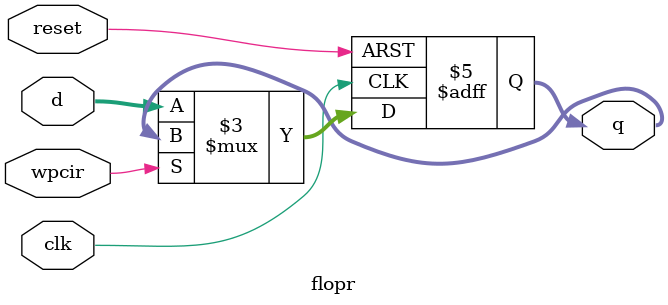
<source format=v>
module flopr #(parameter WIDTH = 8)
              (input clk, reset, wpcir,
               input [WIDTH-1:0] d,
               output reg [WIDTH-1:0] q);
  
  always @(posedge clk, posedge reset)
    if(reset) q<=0;
    else if(~wpcir) q<=d;
      
endmodule
    

</source>
